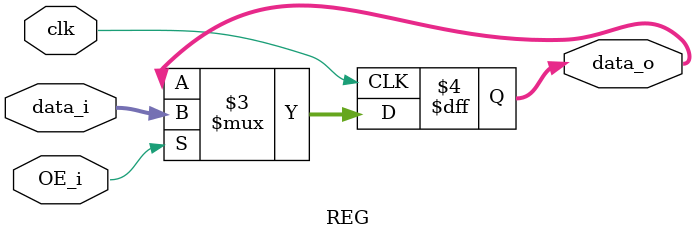
<source format=v>
 module REG(clk, data_i, data_o, OE_i);
    parameter DATA_WITDH = 32;

    // Declare port type
    input clk, OE_i;
    input [DATA_WITDH - 1:0] data_i;
    output reg [DATA_WITDH - 1:0] data_o;

    always @ (posedge clk) 
    begin   
        data_o <= (OE_i == 1'b1) ? data_i : data_o;
    end
endmodule
</source>
